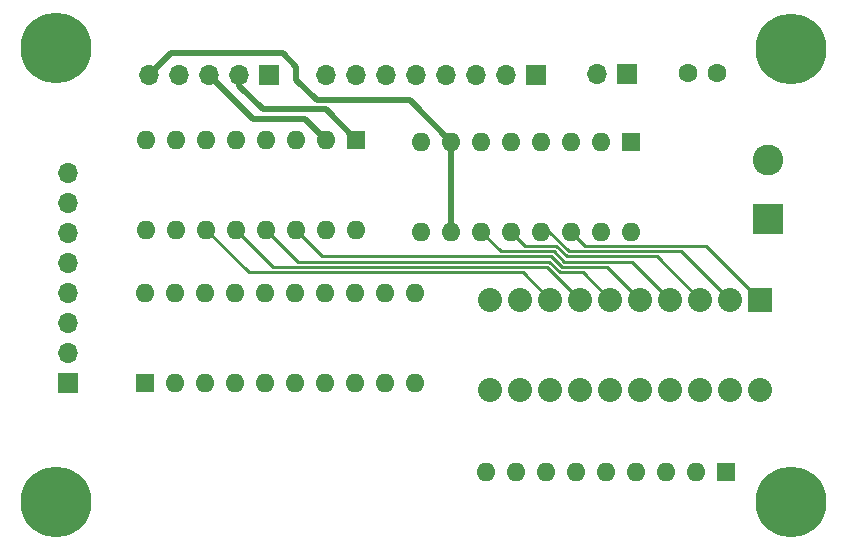
<source format=gbr>
%TF.GenerationSoftware,KiCad,Pcbnew,(5.1.9-0-10_14)*%
%TF.CreationDate,2021-06-13T16:28:19-04:00*%
%TF.ProjectId,COUNTER,434f554e-5445-4522-9e6b-696361645f70,rev?*%
%TF.SameCoordinates,Original*%
%TF.FileFunction,Copper,L2,Inr*%
%TF.FilePolarity,Positive*%
%FSLAX46Y46*%
G04 Gerber Fmt 4.6, Leading zero omitted, Abs format (unit mm)*
G04 Created by KiCad (PCBNEW (5.1.9-0-10_14)) date 2021-06-13 16:28:19*
%MOMM*%
%LPD*%
G01*
G04 APERTURE LIST*
%TA.AperFunction,ComponentPad*%
%ADD10O,1.700000X1.700000*%
%TD*%
%TA.AperFunction,ComponentPad*%
%ADD11R,1.700000X1.700000*%
%TD*%
%TA.AperFunction,ComponentPad*%
%ADD12C,0.800000*%
%TD*%
%TA.AperFunction,ComponentPad*%
%ADD13C,6.000000*%
%TD*%
%TA.AperFunction,ComponentPad*%
%ADD14O,1.600000X1.600000*%
%TD*%
%TA.AperFunction,ComponentPad*%
%ADD15R,1.600000X1.600000*%
%TD*%
%TA.AperFunction,ComponentPad*%
%ADD16C,2.032000*%
%TD*%
%TA.AperFunction,ComponentPad*%
%ADD17R,2.032000X2.032000*%
%TD*%
%TA.AperFunction,ComponentPad*%
%ADD18C,2.600000*%
%TD*%
%TA.AperFunction,ComponentPad*%
%ADD19R,2.600000X2.600000*%
%TD*%
%TA.AperFunction,ComponentPad*%
%ADD20C,1.600000*%
%TD*%
%TA.AperFunction,Conductor*%
%ADD21C,0.500000*%
%TD*%
%TA.AperFunction,Conductor*%
%ADD22C,0.250000*%
%TD*%
G04 APERTURE END LIST*
D10*
%TO.N,CE*%
%TO.C,J22*%
X88135500Y-36806000D03*
%TO.N,OE*%
X90675500Y-36806000D03*
%TO.N,CLOCK*%
X93215500Y-36806000D03*
%TO.N,RESET*%
X95755500Y-36806000D03*
D11*
%TO.N,JUMP*%
X98295500Y-36806000D03*
%TD*%
D12*
%TO.N,N/C*%
%TO.C,REF\u002A\u002A*%
X144082490Y-71427510D03*
X142491500Y-70768500D03*
X140900510Y-71427510D03*
X140241500Y-73018500D03*
X140900510Y-74609490D03*
X142491500Y-75268500D03*
X144082490Y-74609490D03*
X144741500Y-73018500D03*
D13*
X142491500Y-73018500D03*
%TD*%
%TO.N,N/C*%
%TO.C,REF\u002A\u002A*%
X80191500Y-73008500D03*
D12*
X82441500Y-73008500D03*
X81782490Y-74599490D03*
X80191500Y-75258500D03*
X78600510Y-74599490D03*
X77941500Y-73008500D03*
X78600510Y-71417510D03*
X80191500Y-70758500D03*
X81782490Y-71417510D03*
%TD*%
D13*
%TO.N,N/C*%
%TO.C,REF\u002A\u002A*%
X142461500Y-34608500D03*
D12*
X144711500Y-34608500D03*
X144052490Y-36199490D03*
X142461500Y-36858500D03*
X140870510Y-36199490D03*
X140211500Y-34608500D03*
X140870510Y-33017510D03*
X142461500Y-32358500D03*
X144052490Y-33017510D03*
%TD*%
%TO.N,N/C*%
%TO.C,REF\u002A\u002A*%
X81782490Y-32957510D03*
X80191500Y-32298500D03*
X78600510Y-32957510D03*
X77941500Y-34548500D03*
X78600510Y-36139490D03*
X80191500Y-36798500D03*
X81782490Y-36139490D03*
X82441500Y-34548500D03*
D13*
X80191500Y-34548500D03*
%TD*%
D14*
%TO.N,Net-(BAR1-Pad13)*%
%TO.C,RN1*%
X116641500Y-70458500D03*
%TO.N,Net-(BAR1-Pad14)*%
X119181500Y-70458500D03*
%TO.N,Net-(BAR1-Pad15)*%
X121721500Y-70458500D03*
%TO.N,Net-(BAR1-Pad16)*%
X124261500Y-70458500D03*
%TO.N,Net-(BAR1-Pad17)*%
X126801500Y-70458500D03*
%TO.N,Net-(BAR1-Pad18)*%
X129341500Y-70458500D03*
%TO.N,Net-(BAR1-Pad19)*%
X131881500Y-70458500D03*
%TO.N,Net-(BAR1-Pad20)*%
X134421500Y-70458500D03*
D15*
%TO.N,GND*%
X136961500Y-70458500D03*
%TD*%
D16*
%TO.N,Net-(BAR1-Pad20)*%
%TO.C,BAR1*%
X139871500Y-63498500D03*
%TO.N,Net-(BAR1-Pad19)*%
X137331500Y-63498500D03*
%TO.N,Net-(BAR1-Pad18)*%
X134791500Y-63498500D03*
%TO.N,Net-(BAR1-Pad17)*%
X132251500Y-63498500D03*
%TO.N,Net-(BAR1-Pad9)*%
X119551500Y-55878500D03*
%TO.N,Net-(BAR1-Pad10)*%
X117011500Y-55878500D03*
%TO.N,Net-(BAR1-Pad11)*%
X117011500Y-63498500D03*
%TO.N,Net-(BAR1-Pad12)*%
X119551500Y-63498500D03*
%TO.N,Net-(BAR1-Pad8)*%
X122091500Y-55878500D03*
%TO.N,Net-(BAR1-Pad7)*%
X124631500Y-55878500D03*
%TO.N,Net-(BAR1-Pad6)*%
X127171500Y-55878500D03*
%TO.N,Net-(BAR1-Pad5)*%
X129711500Y-55878500D03*
%TO.N,Net-(BAR1-Pad16)*%
X129711500Y-63498500D03*
%TO.N,Net-(BAR1-Pad15)*%
X127171500Y-63498500D03*
%TO.N,Net-(BAR1-Pad14)*%
X124631500Y-63498500D03*
%TO.N,Net-(BAR1-Pad13)*%
X122091500Y-63498500D03*
%TO.N,Net-(BAR1-Pad4)*%
X132251500Y-55878500D03*
%TO.N,Net-(BAR1-Pad3)*%
X134791500Y-55878500D03*
%TO.N,Net-(BAR1-Pad2)*%
X137331500Y-55878500D03*
D17*
%TO.N,Net-(BAR1-Pad1)*%
X139871500Y-55878500D03*
%TD*%
D18*
%TO.N,VCC*%
%TO.C,J1*%
X140471500Y-43998500D03*
D19*
%TO.N,GND*%
X140471500Y-48998500D03*
%TD*%
D10*
%TO.N,D8*%
%TO.C,J23*%
X103121500Y-36806000D03*
%TO.N,D7*%
X105661500Y-36806000D03*
%TO.N,D6*%
X108201500Y-36806000D03*
%TO.N,D5*%
X110741500Y-36806000D03*
%TO.N,D4*%
X113281500Y-36806000D03*
%TO.N,D3*%
X115821500Y-36806000D03*
%TO.N,D2*%
X118361500Y-36806000D03*
D11*
%TO.N,D1*%
X120901500Y-36806000D03*
%TD*%
D10*
%TO.N,Y1*%
%TO.C,J24*%
X81244000Y-45168500D03*
%TO.N,Y2*%
X81244000Y-47708500D03*
%TO.N,Y3*%
X81244000Y-50248500D03*
%TO.N,Y4*%
X81244000Y-52788500D03*
%TO.N,Y5*%
X81244000Y-55328500D03*
%TO.N,Y6*%
X81244000Y-57868500D03*
%TO.N,Y7*%
X81244000Y-60408500D03*
D11*
%TO.N,Y8*%
X81244000Y-62948500D03*
%TD*%
D14*
%TO.N,VCC*%
%TO.C,U14*%
X128936000Y-50101500D03*
%TO.N,GND*%
X111156000Y-42481500D03*
%TO.N,Net-(U12-Pad10)*%
X126396000Y-50101500D03*
%TO.N,CE*%
X113696000Y-42481500D03*
%TO.N,Net-(BAR1-Pad1)*%
X123856000Y-50101500D03*
%TO.N,D4*%
X116236000Y-42481500D03*
%TO.N,Net-(BAR1-Pad2)*%
X121316000Y-50101500D03*
%TO.N,D3*%
X118776000Y-42481500D03*
%TO.N,Net-(BAR1-Pad3)*%
X118776000Y-50101500D03*
%TO.N,D2*%
X121316000Y-42481500D03*
%TO.N,Net-(BAR1-Pad4)*%
X116236000Y-50101500D03*
%TO.N,D1*%
X123856000Y-42481500D03*
%TO.N,CE*%
X113696000Y-50101500D03*
%TO.N,CLOCK*%
X126396000Y-42481500D03*
%TO.N,JUMP*%
X111156000Y-50101500D03*
D15*
%TO.N,RESET*%
X128936000Y-42481500D03*
%TD*%
D14*
%TO.N,VCC*%
%TO.C,U47*%
X87757000Y-55308500D03*
%TO.N,GND*%
X110617000Y-62928500D03*
%TO.N,OE*%
X90297000Y-55308500D03*
%TO.N,Y1*%
X108077000Y-62928500D03*
%TO.N,Net-(BAR1-Pad8)*%
X92837000Y-55308500D03*
%TO.N,Y2*%
X105537000Y-62928500D03*
%TO.N,Net-(BAR1-Pad7)*%
X95377000Y-55308500D03*
%TO.N,Y3*%
X102997000Y-62928500D03*
%TO.N,Net-(BAR1-Pad6)*%
X97917000Y-55308500D03*
%TO.N,Y4*%
X100457000Y-62928500D03*
%TO.N,Net-(BAR1-Pad5)*%
X100457000Y-55308500D03*
%TO.N,Y5*%
X97917000Y-62928500D03*
%TO.N,Net-(BAR1-Pad4)*%
X102997000Y-55308500D03*
%TO.N,Y6*%
X95377000Y-62928500D03*
%TO.N,Net-(BAR1-Pad3)*%
X105537000Y-55308500D03*
%TO.N,Y7*%
X92837000Y-62928500D03*
%TO.N,Net-(BAR1-Pad2)*%
X108077000Y-55308500D03*
%TO.N,Y8*%
X90297000Y-62928500D03*
%TO.N,Net-(BAR1-Pad1)*%
X110617000Y-55308500D03*
D15*
%TO.N,GND*%
X87757000Y-62928500D03*
%TD*%
D14*
%TO.N,VCC*%
%TO.C,U12*%
X105664000Y-49974500D03*
%TO.N,GND*%
X87884000Y-42354500D03*
%TO.N,Net-(U12-Pad15)*%
X103124000Y-49974500D03*
%TO.N,VCC*%
X90424000Y-42354500D03*
%TO.N,Net-(BAR1-Pad5)*%
X100584000Y-49974500D03*
%TO.N,D8*%
X92964000Y-42354500D03*
%TO.N,Net-(BAR1-Pad6)*%
X98044000Y-49974500D03*
%TO.N,D7*%
X95504000Y-42354500D03*
%TO.N,Net-(BAR1-Pad7)*%
X95504000Y-49974500D03*
%TO.N,D6*%
X98044000Y-42354500D03*
%TO.N,Net-(BAR1-Pad8)*%
X92964000Y-49974500D03*
%TO.N,D5*%
X100584000Y-42354500D03*
%TO.N,Net-(U12-Pad10)*%
X90424000Y-49974500D03*
%TO.N,CLOCK*%
X103124000Y-42354500D03*
%TO.N,JUMP*%
X87884000Y-49974500D03*
D15*
%TO.N,RESET*%
X105664000Y-42354500D03*
%TD*%
D10*
%TO.N,VCC*%
%TO.C,J10*%
X125989000Y-36719500D03*
D11*
%TO.N,GND*%
X128529000Y-36719500D03*
%TD*%
D20*
%TO.N,GND*%
%TO.C,C10*%
X136231500Y-36628500D03*
%TO.N,VCC*%
X133731500Y-36628500D03*
%TD*%
D21*
%TO.N,CE*%
X113696000Y-50101500D02*
X113696000Y-42481500D01*
X113696000Y-42481500D02*
X110193000Y-38978500D01*
X110193000Y-38978500D02*
X102341500Y-38978500D01*
X102341500Y-38978500D02*
X100581500Y-37218500D01*
X100581500Y-37218500D02*
X100581500Y-36158500D01*
X100581500Y-36158500D02*
X99431500Y-35008500D01*
X89933000Y-35008500D02*
X88135500Y-36806000D01*
X99431500Y-35008500D02*
X89933000Y-35008500D01*
%TO.N,CLOCK*%
X103124000Y-42354500D02*
X101288000Y-40518500D01*
X96928000Y-40518500D02*
X93215500Y-36806000D01*
X101288000Y-40518500D02*
X96928000Y-40518500D01*
%TO.N,RESET*%
X105664000Y-42354500D02*
X103058000Y-39748500D01*
X103058000Y-39748500D02*
X97711500Y-39748500D01*
X95755500Y-37792500D02*
X95755500Y-36806000D01*
X97711500Y-39748500D02*
X95755500Y-37792500D01*
D22*
%TO.N,Net-(BAR1-Pad8)*%
X122091500Y-55878500D02*
X119761500Y-53548500D01*
X96538000Y-53548500D02*
X92964000Y-49974500D01*
X119761500Y-53548500D02*
X96538000Y-53548500D01*
%TO.N,Net-(BAR1-Pad7)*%
X124631500Y-55878500D02*
X124601500Y-55878500D01*
X124601500Y-55878500D02*
X121801500Y-53078500D01*
X98608000Y-53078500D02*
X95504000Y-49974500D01*
X121801500Y-53078500D02*
X98608000Y-53078500D01*
%TO.N,Net-(BAR1-Pad6)*%
X122887910Y-53528500D02*
X121987900Y-52628489D01*
X100697989Y-52628489D02*
X98044000Y-49974500D01*
X127171500Y-55878500D02*
X124821500Y-53528500D01*
X124821500Y-53528500D02*
X122887910Y-53528500D01*
X121987900Y-52628489D02*
X100697989Y-52628489D01*
%TO.N,Net-(BAR1-Pad5)*%
X122174300Y-52178478D02*
X102787978Y-52178478D01*
X129711500Y-55878500D02*
X126911489Y-53078489D01*
X126911489Y-53078489D02*
X123074310Y-53078489D01*
X123074310Y-53078489D02*
X122174300Y-52178478D01*
X102787978Y-52178478D02*
X100584000Y-49974500D01*
%TO.N,Net-(BAR1-Pad4)*%
X117862967Y-51728467D02*
X116236000Y-50101500D01*
X132251500Y-55878500D02*
X129001478Y-52628478D01*
X129001478Y-52628478D02*
X123260710Y-52628478D01*
X123260710Y-52628478D02*
X122360700Y-51728467D01*
X122360700Y-51728467D02*
X117862967Y-51728467D01*
%TO.N,Net-(BAR1-Pad3)*%
X134791500Y-55878500D02*
X131091467Y-52178467D01*
X122547100Y-51278456D02*
X119952956Y-51278456D01*
X119952956Y-51278456D02*
X118776000Y-50101500D01*
X131091467Y-52178467D02*
X123447110Y-52178467D01*
X123447110Y-52178467D02*
X122547100Y-51278456D01*
%TO.N,Net-(BAR1-Pad2)*%
X123633509Y-51728456D02*
X122006553Y-50101500D01*
X122006553Y-50101500D02*
X121316000Y-50101500D01*
X133181456Y-51728456D02*
X123633509Y-51728456D01*
X137331500Y-55878500D02*
X133181456Y-51728456D01*
%TO.N,Net-(BAR1-Pad1)*%
X139871500Y-55878500D02*
X135271445Y-51278445D01*
X125032945Y-51278445D02*
X123856000Y-50101500D01*
X135271445Y-51278445D02*
X125032945Y-51278445D01*
%TD*%
M02*

</source>
